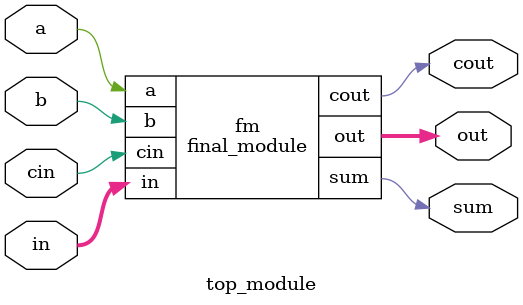
<source format=v>
module full_adder (
    input a, b, cin,
    output cout, sum
);

    assign sum = a ^ b ^ cin;
    assign cout = (a & b) | (a & cin) | (b & cin);

endmodule

module bit_reversal (
    input [7:0] in,
    output [7:0] out
);

    assign out = {in[7], in[6], in[5], in[4], in[3], in[2], in[1], in[0]};

endmodule

module final_module (
    input [7:0] in,
    input a, b, cin,
    output cout, sum,
    output [7:0] out
);

    wire [7:0] reversed_in;
    bit_reversal br(
        .in(in),
        .out(reversed_in)
    );

    wire cout_fa;
    wire sum_fa;
    full_adder fa(
        .a(a),
        .b(b),
        .cin(cin),
        .sum(sum_fa),
        .cout(cout_fa)
    );

    assign sum = sum_fa;
    assign cout = cout_fa;

    assign out = sum | reversed_in;

endmodule

module top_module (
    input [7:0] in,
    input a, b, cin,
    output cout, sum,
    output [7:0] out
);

    final_module fm(
        .in(in),
        .a(a),
        .b(b),
        .cin(cin),
        .sum(sum),
        .cout(cout),
        .out(out)
    );

endmodule
</source>
